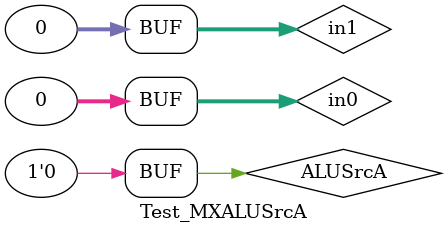
<source format=v>
`timescale 1ns / 1ps


module Test_MXALUSrcA;

	// Inputs
	reg ALUSrcA;
	reg [31:0] in0;
	reg [31:0] in1;

	// Outputs
	wire [31:0] out;

	// Instantiate the Unit Under Test (UUT)
	MXALUSrcA uut (
		.ALUSrcA(ALUSrcA), 
		.in0(in0), 
		.in1(in1), 
		.out(out)
	);

	initial begin
		// Initialize Inputs
		ALUSrcA = 0;
		in0 = 0;
		in1 = 0;

		// Wait 100 ns for global reset to finish
		#100;
        
		// Add stimulus here

	end
      
endmodule


</source>
